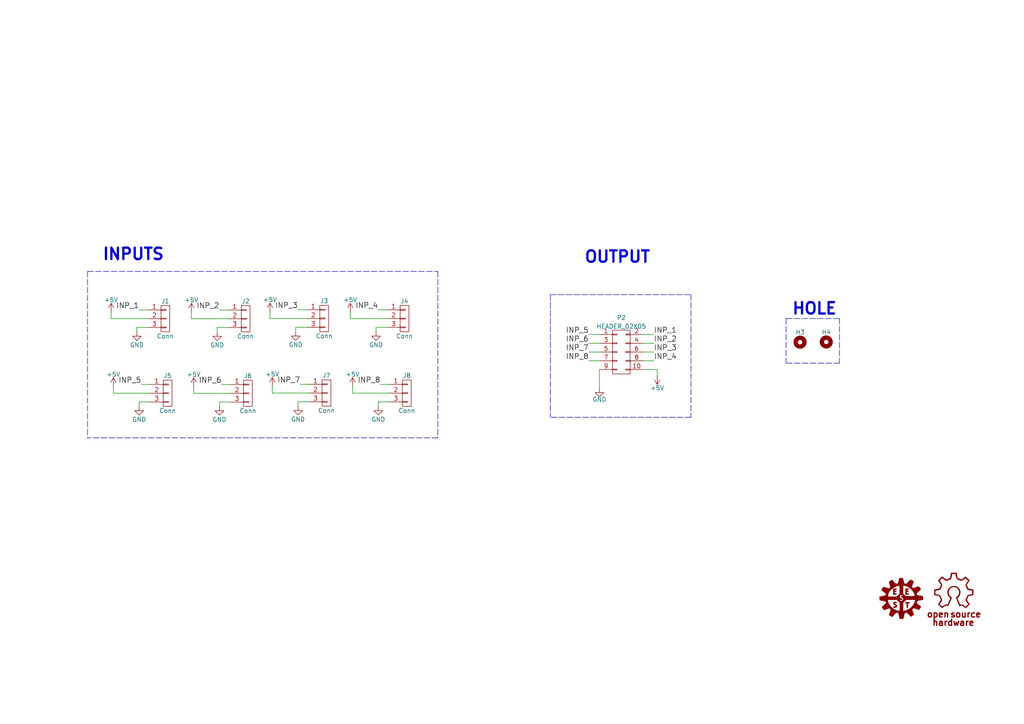
<source format=kicad_sch>
(kicad_sch (version 20230121) (generator eeschema)
  (paper "A4")
  (title_block (title "Sensor Connector Board - B2023") (date "2023-03-10") (rev "1.0") (company "E.E.S.T. N°5") (comment 1 "Autor: Mauricio Falcon") (comment 2 "CURSO: 7MO 3RA"))
  (lib_symbols
    (symbol "2019---Sumo---NANO---BTS7960-rescue:LOGO_ROTULO-EESTN5" (pin_names (offset 1.016))
      (symbol "LOGO_ROTULO-EESTN5_0_0"
        (polyline (pts (xy 1.8034 -2.921) (xy 1.8796 -2.8194) (xy 1.905 -2.6162) (xy 1.9304 -2.2352) (xy 1.9304 -1.7272) (xy 1.9558 -1.5748) (xy 2.032 -1.524) (xy 2.1844 -1.524) (xy 2.3368 -1.4732) (xy 2.4384 -1.3716) (xy 2.413 -1.3208) (xy 2.3368 -1.2446) (xy 2.1336 -1.2192) (xy 1.2954 -1.2192) (xy 1.143 -1.27) (xy 1.1176 -1.3716) (xy 1.143 -1.4478) (xy 1.3716 -1.524) (xy 1.4224 -1.524) (xy 1.524 -1.5494) (xy 1.5748 -1.6256) (xy 1.6002 -1.8542) (xy 1.6256 -2.2352) (xy 1.6256 -2.7432) (xy 1.6764 -2.8956) (xy 1.778 -2.9464) (xy 1.8034 -2.921)) (stroke (width 0.0254)) (fill (type outline)))
        (polyline (pts (xy -1.5748 1.0414) (xy -1.397 1.0922) (xy -1.3208 1.1684) (xy -1.3462 1.1938) (xy -1.4224 1.2954) (xy -1.6764 1.3208) (xy -1.905 1.3462) (xy -2.0066 1.4224) (xy -2.032 1.5748) (xy -2.032 1.7018) (xy -1.9558 1.8034) (xy -1.7272 1.8288) (xy -1.524 1.8796) (xy -1.4224 1.9812) (xy -1.4986 2.1082) (xy -1.7272 2.1336) (xy -1.9558 2.1844) (xy -2.032 2.286) (xy -2.032 2.3114) (xy -1.9558 2.413) (xy -1.6764 2.4384) (xy -1.651 2.4638) (xy -1.4224 2.4892) (xy -1.3208 2.5908) (xy -1.3716 2.6924) (xy -1.524 2.7432) (xy -2.3368 2.7432) (xy -2.3368 1.016) (xy -1.8288 1.016) (xy -1.5748 1.0414)) (stroke (width 0.0254)) (fill (type outline)))
        (polyline (pts (xy 1.9812 1.0414) (xy 2.159 1.0922) (xy 2.2352 1.1684) (xy 2.2098 1.1938) (xy 2.1336 1.2954) (xy 1.8796 1.3208) (xy 1.651 1.3462) (xy 1.5494 1.4224) (xy 1.524 1.5748) (xy 1.524 1.7018) (xy 1.6002 1.8034) (xy 1.8288 1.8288) (xy 2.032 1.8796) (xy 2.1336 1.9812) (xy 2.0574 2.1082) (xy 1.8288 2.1336) (xy 1.6002 2.1844) (xy 1.524 2.286) (xy 1.524 2.3114) (xy 1.6002 2.413) (xy 1.8796 2.4384) (xy 1.905 2.4638) (xy 2.1336 2.4892) (xy 2.2352 2.5908) (xy 2.1844 2.6924) (xy 2.032 2.7432) (xy 1.2192 2.7432) (xy 1.2192 1.016) (xy 1.7272 1.016) (xy 1.9812 1.0414)) (stroke (width 0.0254)) (fill (type outline)))
        (polyline (pts (xy -1.6256 -2.7686) (xy -1.4224 -2.667) (xy -1.27 -2.4892) (xy -1.2446 -2.2606) (xy -1.397 -2.0066) (xy -1.778 -1.778) (xy -1.905 -1.6764) (xy -2.032 -1.524) (xy -2.032 -1.4478) (xy -1.9304 -1.4224) (xy -1.4732 -1.4732) (xy -1.3716 -1.4478) (xy -1.3462 -1.3208) (xy -1.4732 -1.1684) (xy -1.7272 -1.1176) (xy -1.9812 -1.143) (xy -2.1844 -1.27) (xy -2.2606 -1.3208) (xy -2.3368 -1.5748) (xy -2.2352 -1.8288) (xy -1.9304 -2.032) (xy -1.6764 -2.2098) (xy -1.6002 -2.3368) (xy -1.6764 -2.4384) (xy -1.9558 -2.4638) (xy -1.9812 -2.4638) (xy -2.2606 -2.4892) (xy -2.3622 -2.6162) (xy -2.286 -2.7686) (xy -2.159 -2.8194) (xy -1.905 -2.8194) (xy -1.6256 -2.7686)) (stroke (width 0.0254)) (fill (type outline)))
        (polyline (pts (xy 0.762 -5.1816) (xy 0.8128 -4.953) (xy 0.9144 -4.6228) (xy 0.9906 -4.445) (xy 1.0922 -4.318) (xy 1.2446 -4.2418) (xy 1.3716 -4.2164) (xy 1.524 -4.2164) (xy 1.6764 -4.2926) (xy 1.8796 -4.4704) (xy 2.794 -5.3848) (xy 3.2258 -5.1054) (xy 3.3782 -5.0038) (xy 3.556 -4.8514) (xy 3.6576 -4.7498) (xy 3.6068 -4.6482) (xy 3.5306 -4.4196) (xy 3.4036 -4.0894) (xy 3.302 -3.8862) (xy 3.175 -3.5814) (xy 3.1496 -3.3782) (xy 3.2004 -3.2258) (xy 3.429 -2.9972) (xy 3.556 -2.9464) (xy 3.7084 -2.9718) (xy 3.9624 -3.0226) (xy 4.3688 -3.1496) (xy 5.1562 -3.429) (xy 5.4102 -2.9718) (xy 5.5118 -2.8194) (xy 5.6388 -2.5908) (xy 5.6896 -2.4892) (xy 5.6642 -2.4892) (xy 5.5626 -2.3622) (xy 5.3086 -2.1844) (xy 5.0038 -1.9558) (xy 4.6736 -1.6764) (xy 4.445 -1.4732) (xy 4.3942 -1.3208) (xy 4.4196 -1.27) (xy 4.4704 -1.0922) (xy 4.572 -0.9144) (xy 4.7752 -0.762) (xy 5.0292 -0.7112) (xy 5.1308 -0.6858) (xy 5.4356 -0.6604) (xy 5.7658 -0.5842) (xy 6.2992 -0.4826) (xy 6.2992 0.0254) (xy 6.2738 0.0508) (xy 6.2738 0.3048) (xy 6.223 0.4572) (xy 6.096 0.5588) (xy 5.842 0.6096) (xy 5.4356 0.6604) (xy 5.1054 0.7112) (xy 4.7752 0.7874) (xy 4.572 0.8382) (xy 4.4704 0.9398) (xy 4.4196 1.0922) (xy 4.4196 1.2446) (xy 4.5212 1.397) (xy 4.699 1.6256) (xy 5.0292 1.905) (xy 5.1562 2.0066) (xy 5.6134 2.4638) (xy 5.6642 2.54) (xy 5.6642 2.5908) (xy 5.5372 2.7686) (xy 5.334 2.9972) (xy 5.0292 3.3782) (xy 3.4544 2.8194) (xy 3.2258 3.0226) (xy 2.9972 3.2512) (xy 3.302 3.9878) (xy 3.3274 4.0894) (xy 3.4544 4.4196) (xy 3.556 4.6736) (xy 3.5814 4.7752) (xy 3.5052 4.8514) (xy 3.302 4.9784) (xy 3.048 5.1308) (xy 2.8448 5.2324) (xy 2.7178 5.2832) (xy 2.6924 5.2832) (xy 2.5908 5.2324) (xy 2.4384 5.1054) (xy 2.2098 4.8768) (xy 1.8796 4.4958) (xy 1.524 4.1402) (xy 1.3716 4.0894) (xy 1.143 4.1148) (xy 0.889 4.2164) (xy 0.7874 4.3434) (xy 0.7366 4.5974) (xy 0.635 5.0038) (xy 0.4572 5.7912) (xy -0.5842 5.7912) (xy -0.7112 5.1054) (xy -0.8128 4.699) (xy -0.889 4.4196) (xy -0.9652 4.2418) (xy -1.0922 4.1656) (xy -1.2954 4.1148) (xy -1.524 4.1148) (xy -1.6764 4.191) (xy -1.8796 4.3688) (xy -2.1336 4.6736) (xy -2.6924 5.2832) (xy -3.0988 5.0546) (xy -3.2258 4.953) (xy -3.4544 4.8006) (xy -3.556 4.6736) (xy -3.5306 4.5212) (xy -3.4544 4.2164) (xy -3.3528 3.8608) (xy -3.1242 3.175) (xy -3.3528 2.9464) (xy -3.556 2.7178) (xy -4.0386 2.8956) (xy -4.572 3.0734) (xy -4.9022 3.1496) (xy -5.0546 3.1496) (xy -5.2324 3.1242) (xy -5.3594 3.0226) (xy -5.5118 2.7432) (xy -5.5626 2.6162) (xy -5.6388 2.3876) (xy -5.6388 2.2606) (xy -5.5118 2.1336) (xy -5.2832 1.9558) (xy -4.9784 1.7018) (xy -4.7752 1.524) (xy -4.5466 1.3208) (xy -4.4704 1.143) (xy -4.445 0.9906) (xy -4.4704 0.889) (xy -4.5212 0.8128) (xy -4.6228 0.7366) (xy -4.826 0.6858) (xy -5.1562 0.6096) (xy -5.6388 0.508) (xy -6.1722 0.4064) (xy -3.8608 0.4064) (xy -3.8608 0.7874) (xy -3.8354 1.1176) (xy -3.6068 1.6256) (xy -3.2512 2.159) (xy -2.7686 2.6416) (xy -2.6416 2.7432) (xy -2.159 3.048) (xy -1.651 3.3274) (xy -1.1684 3.5052) (xy -0.762 3.556) (xy -0.508 3.556) (xy -0.508 1.1938) (xy -0.5588 1.143) (xy 0.508 1.143) (xy 0.508 3.429) (xy 0.5588 3.5814) (xy 0.6096 3.6322) (xy 0.6858 3.6322) (xy 0.9144 3.5814) (xy 1.1938 3.5052) (xy 1.3462 3.4798) (xy 1.9304 3.2512) (xy 2.4892 2.8702) (xy 2.9972 2.413) (xy 3.429 1.905) (xy 3.7338 1.3716) (xy 3.8608 0.8636) (xy 3.9116 0.5588) (xy 2.5654 0.5334) (xy 2.0066 0.5334) (xy 1.5748 0.5588) (xy 1.2954 0.5842) (xy 1.2192 0.6096) (xy 1.0668 0.762) (xy 0.8636 0.9144) (xy 0.508 1.143) (xy -0.5588 1.143) (xy -0.9398 0.8128) (xy -1.3716 0.4064) (xy -3.8608 0.4064) (xy -6.1722 0.4064) (xy -6.3246 0.381) (xy -6.2992 -0.127) (xy -6.2738 -0.508) (xy -3.9878 -0.508) (xy -1.3208 -0.508) (xy -1.1938 -0.6604) (xy -0.508 -0.6604) (xy -0.4318 -0.5588) (xy -0.127 -0.5334) (xy 0.0762 -0.5334) (xy 0.2032 -0.4826) (xy 0.254 -0.3556) (xy 0.2286 -0.2794) (xy 0.1524 -0.1524) (xy -0.0762 -0.1016) (xy -0.2032 -0.1016) (xy -0.3556 -0.0508) (xy -0.4064 0.1016) (xy -0.4064 0.8128) (xy 0.2286 0.8128) (xy 0.4318 0.762) (xy 0.508 0.6604) (xy 0.4318 0.5588) (xy 0.2032 0.508) (xy 0 0.4826) (xy -0.1016 0.4064) (xy -0.0254 0.2794) (xy 0.2286 0.1524) (xy 0.3556 0.127) (xy 0.508 -0.0254) (xy 0.5842 -0.254) (xy 0.5842 -0.2794) (xy 0.5588 -0.5588) (xy 0.381 -0.7366) (xy 0.3302 -0.762) (xy 0.0508 -0.8636) (xy -0.2286 -0.889) (xy -0.4318 -0.8128) (xy -0.508 -0.6604) (xy -1.1938 -0.6604) (xy -1.016 -0.8636) (xy -0.9144 -0.9652) (xy -0.7112 -1.143) (xy -0.5588 -1.2192) (xy -0.508 -1.2192) (xy -0.4572 -1.3462) (xy -0.4318 -1.5494) (xy -0.4318 -1.9304) (xy -0.4318 -2.032) (xy 0.508 -2.032) (xy 0.5334 -1.5748) (xy 0.5588 -1.2954) (xy 0.5842 -1.2192) (xy 0.6604 -1.1938) (xy 0.8382 -1.0414) (xy 1.0922 -0.8636) (xy 1.4732 -0.508) (xy 4.064 -0.508) (xy 3.9878 -0.8382) (xy 3.9878 -0.889) (xy 3.81 -1.3462) (xy 3.556 -1.8542) (xy 3.2258 -2.3368) (xy 2.921 -2.667) (xy 2.6924 -2.8448) (xy 2.3114 -3.1242) (xy 1.9304 -3.3274) (xy 1.6256 -3.4798) (xy 1.2192 -3.6322) (xy 0.9144 -3.7338) (xy 0.508 -3.8354) (xy 0.508 -2.032) (xy -0.4318 -2.032) (xy -0.4064 -2.4892) (xy -0.4064 -2.8448) (xy -0.4318 -3.302) (xy -0.4572 -3.5814) (xy -0.5588 -3.7084) (xy -0.7366 -3.7592) (xy -0.9906 -3.683) (xy -1.3716 -3.5814) (xy -1.9304 -3.3528) (xy -2.6162 -2.8956) (xy -3.175 -2.286) (xy -3.6322 -1.5748) (xy -3.9116 -0.7874) (xy -3.9878 -0.508) (xy -6.2738 -0.508) (xy -6.2484 -0.635) (xy -5.3848 -0.7874) (xy -5.0546 -0.8382) (xy -4.7498 -0.9144) (xy -4.572 -0.9652) (xy -4.4704 -1.0668) (xy -4.4196 -1.1938) (xy -4.4196 -1.3716) (xy -4.4958 -1.524) (xy -4.6736 -1.7272) (xy -4.9784 -2.032) (xy -5.08 -2.1082) (xy -5.5372 -2.5654) (xy -5.6134 -2.6924) (xy -5.588 -2.7178) (xy -5.4864 -2.8956) (xy -5.3086 -3.1242) (xy -5.0292 -3.4798) (xy -4.2164 -3.2004) (xy -3.8608 -3.0734) (xy -3.6068 -2.9972) (xy -3.429 -2.9972) (xy -3.3274 -3.0226) (xy -3.2258 -3.1242) (xy -3.1496 -3.2258) (xy -3.0988 -3.3274) (xy -3.0988 -3.4798) (xy -3.175 -3.7084) (xy -3.302 -4.1148) (xy -3.3528 -4.2418) (xy -3.4544 -4.572) (xy -3.5306 -4.826) (xy -3.5306 -4.9276) (xy -3.5052 -4.953) (xy -3.302 -5.0546) (xy -3.048 -5.207) (xy -2.5654 -5.461) (xy -2.0574 -4.826) (xy -1.7526 -4.4958) (xy -1.524 -4.318) (xy -1.3462 -4.2418) (xy -1.1684 -4.2418) (xy -1.016 -4.2926) (xy -0.9144 -4.3942) (xy -0.8128 -4.5974) (xy -0.7112 -4.9276) (xy -0.6096 -5.4102) (xy -0.508 -5.9944) (xy 0.5842 -5.9944) (xy 0.762 -5.1816)) (stroke (width 0.0254)) (fill (type outline)))
      )
    )
    (symbol "2019---Sumo---NANO---BTS7960-rescue:OSHWA-EESTN5" (pin_names (offset 1.016))
      (symbol "OSHWA-EESTN5_0_0"
        (polyline (pts (xy 5.7912 2.667) (xy 5.5372 2.7178) (xy 5.4864 2.7432) (xy 5.4864 1.8796) (xy 5.4864 1.8288) (xy 5.4864 1.6002) (xy 5.4864 1.4732) (xy 5.4102 1.3716) (xy 5.2832 1.3208) (xy 5.0038 1.27) (xy 4.6228 1.1938) (xy 4.572 1.1684) (xy 4.318 1.1176) (xy 4.1656 1.0414) (xy 4.0386 0.889) (xy 3.937 0.6604) (xy 3.8354 0.4064) (xy 3.683 0.0762) (xy 3.6068 -0.1778) (xy 3.5814 -0.3556) (xy 3.6322 -0.5334) (xy 3.7592 -0.7366) (xy 3.9116 -0.9906) (xy 4.318 -1.5494) (xy 3.937 -1.9304) (xy 3.5814 -2.3114) (xy 3.048 -1.9558) (xy 2.794 -1.778) (xy 2.5654 -1.651) (xy 2.3876 -1.6256) (xy 2.2098 -1.6256) (xy 1.905 -1.6764) (xy 1.4986 -0.7112) (xy 1.1176 0.2286) (xy 1.397 0.508) (xy 1.5748 0.6604) (xy 1.8034 1.016) (xy 1.9304 1.397) (xy 1.9812 1.8542) (xy 1.9812 1.9304) (xy 1.9558 2.2606) (xy 1.905 2.54) (xy 1.7526 2.8194) (xy 1.4732 3.175) (xy 1.0668 3.5052) (xy 0.5842 3.683) (xy 0.1016 3.7338) (xy -0.4064 3.6576) (xy -0.889 3.429) (xy -1.2954 3.048) (xy -1.3462 2.9972) (xy -1.6256 2.5146) (xy -1.7526 2.0066) (xy -1.7018 1.4986) (xy -1.4986 0.9906) (xy -1.143 0.508) (xy -0.8636 0.2032) (xy -1.2446 -0.7366) (xy -1.651 -1.6764) (xy -1.9558 -1.6256) (xy -2.1082 -1.6256) (xy -2.286 -1.651) (xy -2.4892 -1.7526) (xy -2.7686 -1.9304) (xy -3.2766 -2.2606) (xy -3.6576 -1.905) (xy -4.0132 -1.524) (xy -3.6322 -0.9652) (xy -3.2766 -0.4064) (xy -3.429 0.0254) (xy -3.4544 0.1016) (xy -3.6068 0.508) (xy -3.7338 0.7874) (xy -3.8862 0.9906) (xy -4.0894 1.0922) (xy -4.3688 1.1938) (xy -4.7752 1.27) (xy -5.2578 1.3716) (xy -5.2324 1.905) (xy -5.207 2.413) (xy -4.5212 2.54) (xy -3.8608 2.667) (xy -3.5814 3.2512) (xy -3.556 3.302) (xy -3.4036 3.6068) (xy -3.3274 3.8862) (xy -3.2766 4.0386) (xy -3.3274 4.2164) (xy -3.4544 4.445) (xy -3.6322 4.7244) (xy -3.6576 4.7498) (xy -3.81 5.0292) (xy -3.937 5.207) (xy -3.9878 5.3086) (xy -3.9878 5.334) (xy -3.8862 5.461) (xy -3.7338 5.6388) (xy -3.5306 5.8166) (xy -3.3782 5.969) (xy -3.2766 6.0198) (xy -3.1496 5.9436) (xy -2.9464 5.8166) (xy -2.6924 5.6388) (xy -2.6162 5.588) (xy -2.3622 5.4102) (xy -2.159 5.3086) (xy -2.032 5.2578) (xy -1.8796 5.3086) (xy -1.6256 5.3848) (xy -1.3208 5.5118) (xy -1.2446 5.5372) (xy -0.9144 5.6896) (xy -0.7112 5.842) (xy -0.635 5.969) (xy -0.6096 6.096) (xy -0.5588 6.3754) (xy -0.4826 6.6802) (xy -0.381 7.239) (xy 0.127 7.239) (xy 0.635 7.239) (xy 0.7366 6.731) (xy 0.7874 6.477) (xy 0.8636 6.1722) (xy 0.9398 5.9436) (xy 1.0414 5.8166) (xy 1.1684 5.715) (xy 1.3462 5.6134) (xy 1.4478 5.5626) (xy 1.778 5.4356) (xy 2.032 5.334) (xy 2.1844 5.2832) (xy 2.3114 5.2832) (xy 2.4638 5.334) (xy 2.667 5.4356) (xy 2.9464 5.6388) (xy 3.556 6.0452) (xy 3.937 5.6896) (xy 4.2926 5.3086) (xy 3.9116 4.7498) (xy 3.8354 4.6228) (xy 3.683 4.318) (xy 3.5814 4.0894) (xy 3.6068 3.8354) (xy 3.683 3.5306) (xy 3.8862 3.1496) (xy 4.1148 2.667) (xy 4.7752 2.54) (xy 5.461 2.413) (xy 5.4864 1.8796) (xy 5.4864 2.7432) (xy 5.4102 2.7432) (xy 5.1054 2.8194) (xy 4.8006 2.8956) (xy 4.2926 2.9718) (xy 4.064 3.5306) (xy 3.81 4.0894) (xy 4.2418 4.7244) (xy 4.6736 5.3594) (xy 4.1148 5.9182) (xy 3.5814 6.4516) (xy 2.921 6.0198) (xy 2.286 5.5626) (xy 1.7526 5.7912) (xy 1.1938 6.0452) (xy 1.0922 6.5532) (xy 1.0668 6.8072) (xy 0.9906 7.0866) (xy 0.9652 7.3152) (xy 0.9144 7.5438) (xy 0.127 7.5438) (xy -0.6604 7.5438) (xy -0.762 6.9342) (xy -0.8128 6.6802) (xy -0.889 6.35) (xy -0.9652 6.1214) (xy -1.0922 5.9944) (xy -1.27 5.8928) (xy -1.524 5.7658) (xy -2.032 5.588) (xy -2.667 6.0198) (xy -3.3274 6.477) (xy -3.8608 5.9182) (xy -4.4196 5.3594) (xy -3.9878 4.7244) (xy -3.556 4.0894) (xy -3.7846 3.556) (xy -3.7846 3.5306) (xy -3.8862 3.2766) (xy -3.9878 3.0734) (xy -4.0132 2.9972) (xy -4.0386 2.9718) (xy -4.191 2.9464) (xy -4.445 2.8956) (xy -4.7752 2.8194) (xy -5.5118 2.6924) (xy -5.5118 1.905) (xy -5.5118 1.143) (xy -4.9022 1.016) (xy -4.8768 1.016) (xy -4.5466 0.9652) (xy -4.2926 0.889) (xy -4.1402 0.8382) (xy -4.1148 0.8128) (xy -4.0132 0.6604) (xy -3.8862 0.4318) (xy -3.7592 0.1524) (xy -3.683 -0.1016) (xy -3.6576 -0.3048) (xy -3.7084 -0.4572) (xy -3.8608 -0.6858) (xy -4.0386 -0.9652) (xy -4.4196 -1.524) (xy -3.8862 -2.0828) (xy -3.7846 -2.2098) (xy -3.556 -2.413) (xy -3.3782 -2.5654) (xy -3.3274 -2.6162) (xy -3.302 -2.6162) (xy -3.2004 -2.54) (xy -2.9972 -2.413) (xy -2.7178 -2.2352) (xy -2.5654 -2.1082) (xy -2.3368 -1.9558) (xy -2.1844 -1.905) (xy -2.0574 -1.905) (xy -1.905 -1.9304) (xy -1.7018 -2.0066) (xy -1.5748 -2.0574) (xy -1.5494 -2.032) (xy -1.4732 -1.8796) (xy -1.3462 -1.6256) (xy -1.1684 -1.27) (xy -0.9906 -0.8636) (xy -0.4826 0.3556) (xy -0.8382 0.6604) (xy -1.016 0.8128) (xy -1.27 1.2192) (xy -1.4224 1.651) (xy -1.4224 2.1082) (xy -1.2954 2.5146) (xy -1.0922 2.8956) (xy -0.762 3.2004) (xy -0.3556 3.4036) (xy 0.1524 3.4798) (xy 0.4826 3.429) (xy 0.9144 3.2766) (xy 1.27 2.9718) (xy 1.5494 2.5908) (xy 1.6764 2.159) (xy 1.6764 1.8288) (xy 1.6256 1.4478) (xy 1.4732 1.0922) (xy 1.1684 0.762) (xy 0.762 0.3556) (xy 1.2446 -0.8128) (xy 1.3208 -1.016) (xy 1.4732 -1.397) (xy 1.6256 -1.7272) (xy 1.7272 -1.9558) (xy 1.778 -2.0574) (xy 1.8796 -2.0828) (xy 2.032 -2.0066) (xy 2.1844 -1.905) (xy 2.3114 -1.8796) (xy 2.4892 -1.905) (xy 2.7178 -2.032) (xy 3.0226 -2.2352) (xy 3.5814 -2.6416) (xy 4.1402 -2.0828) (xy 4.6736 -1.524) (xy 4.2926 -0.9652) (xy 4.2164 -0.8636) (xy 4.064 -0.6096) (xy 3.937 -0.381) (xy 3.8862 -0.2794) (xy 3.8862 -0.254) (xy 3.937 -0.0762) (xy 4.0386 0.1778) (xy 4.1402 0.4572) (xy 4.2418 0.6858) (xy 4.318 0.7874) (xy 4.3434 0.8128) (xy 4.4958 0.8636) (xy 4.7498 0.9398) (xy 5.08 1.016) (xy 5.7912 1.143) (xy 5.7912 1.905) (xy 5.7912 2.667) (xy 5.7912 2.667)) (stroke (width 0.0254)) (fill (type outline)))
        (text "hardware" (at -0.0254 -6.858 0) (effects (font (size 1.778 1.778) bold)))
        (text "open" (at -4.445 -4.445 0) (effects (font (size 1.778 1.778) bold)))
        (text "source" (at 3.556 -4.445 0) (effects (font (size 1.778 1.778) bold)))
      )
    )
    (symbol "EESTN5-v2:HEADER_02X05" (pin_names (offset 0.0254) hide)
      (property "Reference" "P" (at 0 7.62 0))
      (property "Value" "HEADER_02X05" (at 0 -7.62 0))
      (symbol "HEADER_02X05_0_1"
        (rectangle (start -2.54 -4.953) (end -1.27 -5.207))
        (rectangle (start -2.54 -2.413) (end -1.27 -2.667))
        (rectangle (start -2.54 0.127) (end -1.27 -0.127))
        (rectangle (start -2.54 2.667) (end -1.27 2.413))
        (rectangle (start -2.54 5.207) (end -1.27 4.953))
        (rectangle (start -2.54 6.35) (end 2.54 -6.35))
        (rectangle (start 1.27 -4.953) (end 2.54 -5.207))
        (rectangle (start 1.27 -2.413) (end 2.54 -2.667))
        (rectangle (start 1.27 0.127) (end 2.54 -0.127))
        (rectangle (start 1.27 2.667) (end 2.54 2.413))
        (rectangle (start 1.27 5.207) (end 2.54 4.953))
      )
      (symbol "HEADER_02X05_1_1"
        (pin passive line (at -6.35 5.08 0) (length 3.81) (name "P1") (number "1"))
        (pin passive line (at 6.35 -5.08 180) (length 3.81) (name "P10") (number "10"))
        (pin passive line (at 6.35 5.08 180) (length 3.81) (name "P2") (number "2"))
        (pin passive line (at -6.35 2.54 0) (length 3.81) (name "P3") (number "3"))
        (pin passive line (at 6.35 2.54 180) (length 3.81) (name "P4") (number "4"))
        (pin passive line (at -6.35 0 0) (length 3.81) (name "P5") (number "5"))
        (pin passive line (at 6.35 0 180) (length 3.81) (name "P6") (number "6"))
        (pin passive line (at -6.35 -2.54 0) (length 3.81) (name "P7") (number "7"))
        (pin passive line (at 6.35 -2.54 180) (length 3.81) (name "P8") (number "8"))
        (pin passive line (at -6.35 -5.08 0) (length 3.81) (name "P9") (number "9"))
      )
    )
    (symbol "EESTN5-v2:Mounting_Hole" (pin_names (offset 1.016))
      (property "Reference" "H" (at 0 5.08 0))
      (symbol "Mounting_Hole_0_1"
        (circle (center 0 0) (radius 1.27) (stroke (width 1.27)))
      )
    )
    (symbol "Sensor_Linea_Bonaerenses-rescue:Conn_01X03" (pin_names (offset 1.016) hide)
      (property "Reference" "J" (at 0 5.08 0))
      (property "Value" "Conn_01X03" (at 0 -5.08 0))
      (symbol "Conn_01X03_0_1"
        (rectangle (start -1.27 -2.413) (end 0.254 -2.667))
        (rectangle (start -1.27 0.127) (end 0.254 -0.127))
        (rectangle (start -1.27 2.667) (end 0.254 2.413))
        (rectangle (start -1.27 3.81) (end 1.27 -3.81))
      )
      (symbol "Conn_01X03_1_1"
        (pin passive line (at -5.08 2.54 0) (length 3.81) (name "P1") (number "1"))
        (pin passive line (at -5.08 0 0) (length 3.81) (name "P2") (number "2"))
        (pin passive line (at -5.08 -2.54 0) (length 3.81) (name "P3") (number "3"))
      )
    )
    (symbol "power:+5V" (power) (pin_names (offset 0))
      (property "Value" "+5V" (at 0 3.556 0))
      (symbol "+5V_0_1"
        (polyline (pts (xy -0.762 1.27) (xy 0 2.54)))
        (polyline (pts (xy 0 0) (xy 0 2.54)))
        (polyline (pts (xy 0 2.54) (xy 0.762 1.27)))
      )
      (symbol "+5V_1_1"
        (pin power_in line (at 0 0 90) (length 0) hide (name "+5V") (number "1"))
      )
    )
    (symbol "power:GND" (power) (pin_names (offset 0))
      (property "Value" "GND" (at 0 -3.81 0))
      (symbol "GND_0_1"
        (polyline (pts (xy 0 0) (xy 0 -1.27) (xy 1.27 -1.27) (xy 0 -2.54) (xy -1.27 -1.27) (xy 0 -1.27)))
      )
      (symbol "GND_1_1"
        (pin power_in line (at 0 0 270) (length 0) hide (name "GND") (number "1"))
      )
    )
  )
  (polyline (pts (xy 200.406 85.471) (xy 200.406 121.031)) (stroke (width 0) (type dash)))
  (wire (pts (xy 63.6524 116.6114) (xy 63.6524 117.8814)))
  (wire (pts (xy 173.863 104.648) (xy 170.7642 104.648)))
  (wire (pts (xy 62.992 94.996) (xy 62.992 96.266)))
  (wire (pts (xy 189.6618 102.108) (xy 186.563 102.108)))
  (wire (pts (xy 89.6112 111.4552) (xy 87.0712 111.4552)))
  (polyline (pts (xy 25.4 78.74) (xy 25.4 127)) (stroke (width 0) (type dash)))
  (wire (pts (xy 66.167 89.916) (xy 63.627 89.916)))
  (wire (pts (xy 66.167 94.996) (xy 62.992 94.996)))
  (wire (pts (xy 112.2426 92.4052) (xy 101.6 92.4052)))
  (wire (pts (xy 109.0676 94.9452) (xy 109.0676 96.2152)))
  (wire (pts (xy 43.5356 116.586) (xy 40.3606 116.586)))
  (polyline (pts (xy 25.4 78.74) (xy 127 78.74)) (stroke (width 0) (type dash)))
  (wire (pts (xy 66.8274 116.6114) (xy 63.6524 116.6114)))
  (wire (pts (xy 89.6112 116.5352) (xy 86.4362 116.5352)))
  (wire (pts (xy 66.8274 111.5314) (xy 64.2874 111.5314)))
  (polyline (pts (xy 243.4844 92.3798) (xy 243.4844 105.3338)) (stroke (width 0) (type dash)))
  (wire (pts (xy 66.8274 114.0714) (xy 56.1848 114.0714)))
  (wire (pts (xy 189.6618 97.028) (xy 186.563 97.028)))
  (wire (pts (xy 112.903 114.0206) (xy 102.2604 114.0206)))
  (wire (pts (xy 56.1848 114.0714) (xy 56.1848 112.1664)))
  (polyline (pts (xy 127 127) (xy 25.4 127)) (stroke (width 0) (type dash)))
  (polyline (pts (xy 227.9904 92.3798) (xy 243.4844 92.3798)) (stroke (width 0) (type dash)))
  (wire (pts (xy 42.8752 94.9706) (xy 39.7002 94.9706)))
  (wire (pts (xy 189.6618 99.568) (xy 186.563 99.568)))
  (wire (pts (xy 173.863 97.028) (xy 170.7642 97.028)))
  (wire (pts (xy 173.863 107.188) (xy 173.863 112.5728)))
  (wire (pts (xy 102.2604 114.0206) (xy 102.2604 112.1156)))
  (polyline (pts (xy 200.406 121.031) (xy 159.639 121.031)) (stroke (width 0) (type dash)))
  (wire (pts (xy 78.3082 92.3798) (xy 78.3082 90.4748)))
  (wire (pts (xy 189.6618 104.648) (xy 186.563 104.648)))
  (polyline (pts (xy 243.4844 105.3338) (xy 227.9904 105.3338)) (stroke (width 0) (type dash)))
  (wire (pts (xy 86.4362 116.5352) (xy 86.4362 117.8052)))
  (wire (pts (xy 43.5356 114.046) (xy 32.893 114.046)))
  (polyline (pts (xy 127 78.74) (xy 127 127)) (stroke (width 0) (type dash)))
  (wire (pts (xy 88.9508 94.9198) (xy 85.7758 94.9198)))
  (wire (pts (xy 190.627 107.188) (xy 190.627 108.966)))
  (wire (pts (xy 112.2426 89.8652) (xy 109.7026 89.8652)))
  (wire (pts (xy 40.3606 116.586) (xy 40.3606 117.856)))
  (polyline (pts (xy 227.9904 92.3798) (xy 227.9904 105.3338)) (stroke (width 0) (type dash)))
  (wire (pts (xy 32.893 114.046) (xy 32.893 112.141)))
  (wire (pts (xy 109.728 116.5606) (xy 109.728 117.8306)))
  (wire (pts (xy 42.8752 92.4306) (xy 32.2326 92.4306)))
  (wire (pts (xy 173.863 99.568) (xy 170.7642 99.568)))
  (polyline (pts (xy 159.639 85.471) (xy 159.639 121.031)) (stroke (width 0) (type dash)))
  (wire (pts (xy 66.167 92.456) (xy 55.5244 92.456)))
  (wire (pts (xy 112.903 116.5606) (xy 109.728 116.5606)))
  (wire (pts (xy 173.863 102.108) (xy 170.7642 102.108)))
  (wire (pts (xy 112.2426 94.9452) (xy 109.0676 94.9452)))
  (wire (pts (xy 112.903 111.4806) (xy 110.363 111.4806)))
  (wire (pts (xy 101.6 92.4052) (xy 101.6 90.5002)))
  (wire (pts (xy 43.5356 111.506) (xy 40.9956 111.506)))
  (wire (pts (xy 88.9508 92.3798) (xy 78.3082 92.3798)))
  (wire (pts (xy 85.7758 94.9198) (xy 85.7758 96.1898)))
  (wire (pts (xy 39.7002 94.9706) (xy 39.7002 96.2406)))
  (polyline (pts (xy 159.639 85.471) (xy 200.406 85.471)) (stroke (width 0) (type dash)))
  (wire (pts (xy 32.2326 92.4306) (xy 32.2326 90.5256)))
  (wire (pts (xy 88.9508 89.8398) (xy 86.4108 89.8398)))
  (wire (pts (xy 42.8752 89.8906) (xy 40.3352 89.8906)))
  (wire (pts (xy 190.627 107.188) (xy 186.563 107.188)))
  (wire (pts (xy 78.9686 113.9952) (xy 78.9686 112.0902)))
  (wire (pts (xy 55.5244 92.456) (xy 55.5244 90.551)))
  (wire (pts (xy 89.6112 113.9952) (xy 78.9686 113.9952)))
  (text "INPUTS" (at 29.5148 75.819 0) (effects (font (size 3.302 3.302) (thickness 0.6604) bold) (justify left bottom)))
  (text "HOLE\n" (at 229.5144 91.6178 0) (effects (font (size 3.302 3.302) (thickness 0.6604) bold) (justify left bottom)))
  (text "OUTPUT" (at 169.291 76.6064 0) (effects (font (size 3.302 3.302) (thickness 0.6604) bold) (justify left bottom)))
  (label "INP_8" (at 110.363 111.4806 180) (effects (font (size 1.524 1.524))))
  (label "INP_1" (at 189.6618 97.028 0) (effects (font (size 1.524 1.524))))
  (label "INP_6" (at 64.2874 111.5314 180) (effects (font (size 1.524 1.524))))
  (label "INP_2" (at 189.6618 99.568 0) (effects (font (size 1.524 1.524))))
  (label "INP_3" (at 189.6618 102.108 0) (effects (font (size 1.524 1.524))))
  (label "INP_6" (at 170.7642 99.568 180) (effects (font (size 1.524 1.524))))
  (label "INP_2" (at 63.627 89.916 180) (effects (font (size 1.524 1.524))))
  (label "INP_7" (at 170.7642 102.108 180) (effects (font (size 1.524 1.524))))
  (label "INP_7" (at 87.0712 111.4552 180) (effects (font (size 1.524 1.524))))
  (label "INP_1" (at 40.3352 89.8906 180) (effects (font (size 1.524 1.524))))
  (label "INP_5" (at 40.9956 111.506 180) (effects (font (size 1.524 1.524))))
  (label "INP_4" (at 109.7026 89.8652 180) (effects (font (size 1.524 1.524))))
  (label "INP_3" (at 86.4108 89.8398 180) (effects (font (size 1.524 1.524))))
  (label "INP_4" (at 189.6618 104.648 0) (effects (font (size 1.524 1.524))))
  (label "INP_8" (at 170.7642 104.648 180) (effects (font (size 1.524 1.524))))
  (label "INP_5" (at 170.7642 97.028 180) (effects (font (size 1.524 1.524))))
  (symbol (lib_id "power:+5V") (at 101.6 90.5002 0) (unit 1)
    (property "Reference" "#PWR09" (effects hide))
    (property "Value" "+5V" (at 101.6 86.9442 0))
  )
  (symbol (lib_id "2019---Sumo---NANO---BTS7960-rescue:OSHWA-EESTN5") (at 276.5298 173.7106 0) (unit 1)
    (property "Reference" "#G2" (effects hide))
    (property "Value" "OSHWA" (effects hide))
  )
  (symbol (lib_id "power:GND") (at 63.6524 117.8814 0) (unit 1)
    (property "Reference" "#PWR014" (effects hide))
    (property "Value" "GND" (at 63.6524 121.6914 0))
  )
  (symbol (lib_id "power:+5V") (at 55.5244 90.551 0) (unit 1)
    (property "Reference" "#PWR04" (effects hide))
    (property "Value" "+5V" (at 55.5244 86.995 0))
  )
  (symbol (lib_id "power:GND") (at 62.992 96.266 0) (unit 1)
    (property "Reference" "#PWR06" (effects hide))
    (property "Value" "GND" (at 62.992 100.076 0))
  )
  (symbol (lib_id "2019---Sumo---NANO---BTS7960-rescue:LOGO_ROTULO-EESTN5") (at 261.4168 173.4566 0) (unit 1)
    (property "Reference" "#G1" (effects hide))
    (property "Value" "LOGO_ROTULO" (effects hide))
  )
  (symbol (lib_id "power:+5V") (at 78.9686 112.0902 0) (unit 1)
    (property "Reference" "#PWR015" (effects hide))
    (property "Value" "+5V" (at 78.9686 108.5342 0))
  )
  (symbol (lib_id "power:GND") (at 86.4362 117.8052 0) (unit 1)
    (property "Reference" "#PWR016" (effects hide))
    (property "Value" "GND" (at 86.4362 121.6152 0))
  )
  (symbol (lib_id "Sensor_Linea_Bonaerenses-rescue:Conn_01X03") (at 94.6912 113.9952 0) (unit 1)
    (property "Reference" "J7" (at 94.6912 108.9152 0))
    (property "Value" "Conn" (at 94.6912 119.0752 0))
    (property "Footprint" "Connector:FanPinHeader_1x03_P2.54mm_Vertical" (effects hide))
  )
  (symbol (lib_id "Sensor_Linea_Bonaerenses-rescue:Conn_01X03") (at 117.983 114.0206 0) (unit 1)
    (property "Reference" "J8" (at 117.983 108.9406 0))
    (property "Value" "Conn" (at 117.983 119.1006 0))
    (property "Footprint" "Connector:FanPinHeader_1x03_P2.54mm_Vertical" (effects hide))
  )
  (symbol (lib_id "power:+5V") (at 78.3082 90.4748 0) (unit 1)
    (property "Reference" "#PWR07" (effects hide))
    (property "Value" "+5V" (at 78.3082 86.9188 0))
  )
  (symbol (lib_id "Sensor_Linea_Bonaerenses-rescue:Conn_01X03") (at 94.0308 92.3798 0) (unit 1)
    (property "Reference" "J3" (at 94.0308 87.2998 0))
    (property "Value" "Conn" (at 94.0308 97.4598 0))
    (property "Footprint" "Connector:FanPinHeader_1x03_P2.54mm_Vertical" (effects hide))
  )
  (symbol (lib_id "power:GND") (at 109.728 117.8306 0) (unit 1)
    (property "Reference" "#PWR018" (effects hide))
    (property "Value" "GND" (at 109.728 121.6406 0))
  )
  (symbol (lib_id "power:+5V") (at 190.627 108.966 180) (unit 1)
    (property "Reference" "#PWR020" (effects hide))
    (property "Value" "+5V" (at 190.627 112.522 0))
  )
  (symbol (lib_id "power:+5V") (at 56.1848 112.1664 0) (unit 1)
    (property "Reference" "#PWR013" (effects hide))
    (property "Value" "+5V" (at 56.1848 108.6104 0))
  )
  (symbol (lib_id "EESTN5-v2:HEADER_02X05") (at 180.213 102.108 0) (unit 1)
    (property "Reference" "P2" (at 180.213 92.1258 0))
    (property "Value" "HEADER_02X05" (at 180.213 94.6658 0))
    (property "Footprint" "EESTN5-v2:Header_2x05x2.54mm_Vertical" (effects hide))
  )
  (symbol (lib_id "power:GND") (at 85.7758 96.1898 0) (unit 1)
    (property "Reference" "#PWR08" (effects hide))
    (property "Value" "GND" (at 85.7758 99.9998 0))
  )
  (symbol (lib_id "Sensor_Linea_Bonaerenses-rescue:Conn_01X03") (at 71.247 92.456 0) (unit 1)
    (property "Reference" "J2" (at 71.247 87.376 0))
    (property "Value" "Conn" (at 71.247 97.536 0))
    (property "Footprint" "Connector:FanPinHeader_1x03_P2.54mm_Vertical" (effects hide))
  )
  (symbol (lib_id "power:GND") (at 40.3606 117.856 0) (unit 1)
    (property "Reference" "#PWR012" (effects hide))
    (property "Value" "GND" (at 40.3606 121.666 0))
  )
  (symbol (lib_id "EESTN5-v2:Mounting_Hole") (at 239.649 99.187 0) (unit 1)
    (property "Reference" "H4" (at 238.3028 96.3168 0) (effects (justify left)))
    (property "Value" "Mounting_Hole" (effects hide))
    (property "Footprint" "EESTN5-v2:Separador_M3_5mm" (effects hide))
  )
  (symbol (lib_id "Sensor_Linea_Bonaerenses-rescue:Conn_01X03") (at 117.3226 92.4052 0) (unit 1)
    (property "Reference" "J4" (at 117.3226 87.3252 0))
    (property "Value" "Conn" (at 117.3226 97.4852 0))
    (property "Footprint" "Connector:FanPinHeader_1x03_P2.54mm_Vertical" (effects hide))
  )
  (symbol (lib_id "power:+5V") (at 32.893 112.141 0) (unit 1)
    (property "Reference" "#PWR011" (effects hide))
    (property "Value" "+5V" (at 32.893 108.585 0))
  )
  (symbol (lib_id "power:GND") (at 109.0676 96.2152 0) (unit 1)
    (property "Reference" "#PWR010" (effects hide))
    (property "Value" "GND" (at 109.0676 100.0252 0))
  )
  (symbol (lib_id "Sensor_Linea_Bonaerenses-rescue:Conn_01X03") (at 71.9074 114.0714 0) (unit 1)
    (property "Reference" "J6" (at 71.9074 108.9914 0))
    (property "Value" "Conn" (at 71.9074 119.1514 0))
    (property "Footprint" "Connector:FanPinHeader_1x03_P2.54mm_Vertical" (effects hide))
  )
  (symbol (lib_id "power:GND") (at 39.7002 96.2406 0) (unit 1)
    (property "Reference" "#PWR03" (effects hide))
    (property "Value" "GND" (at 39.7002 100.0506 0))
  )
  (symbol (lib_id "Sensor_Linea_Bonaerenses-rescue:Conn_01X03") (at 47.9552 92.4306 0) (unit 1)
    (property "Reference" "J1" (at 47.9552 87.3506 0))
    (property "Value" "Conn" (at 47.9552 97.5106 0))
    (property "Footprint" "Connector:FanPinHeader_1x03_P2.54mm_Vertical" (effects hide))
  )
  (symbol (lib_id "power:GND") (at 173.863 112.5728 0) (mirror y) (unit 1)
    (property "Reference" "#PWR019" (effects hide))
    (property "Value" "GND" (at 173.863 115.8494 0))
  )
  (symbol (lib_id "Sensor_Linea_Bonaerenses-rescue:Conn_01X03") (at 48.6156 114.046 0) (unit 1)
    (property "Reference" "J5" (at 48.6156 108.966 0))
    (property "Value" "Conn" (at 48.6156 119.126 0))
    (property "Footprint" "Connector:FanPinHeader_1x03_P2.54mm_Vertical" (effects hide))
  )
  (symbol (lib_id "power:+5V") (at 102.2604 112.1156 0) (unit 1)
    (property "Reference" "#PWR017" (effects hide))
    (property "Value" "+5V" (at 102.2604 108.5596 0))
  )
  (symbol (lib_id "power:+5V") (at 32.2326 90.5256 0) (unit 1)
    (property "Reference" "#PWR01" (effects hide))
    (property "Value" "+5V" (at 32.2326 86.9696 0))
  )
  (symbol (lib_id "EESTN5-v2:Mounting_Hole") (at 232.0544 99.2378 0) (unit 1)
    (property "Reference" "H3" (at 230.7082 96.3676 0) (effects (justify left)))
    (property "Value" "Mounting_Hole" (effects hide))
    (property "Footprint" "EESTN5-v2:Separador_M3_5mm" (effects hide))
  )
)
</source>
